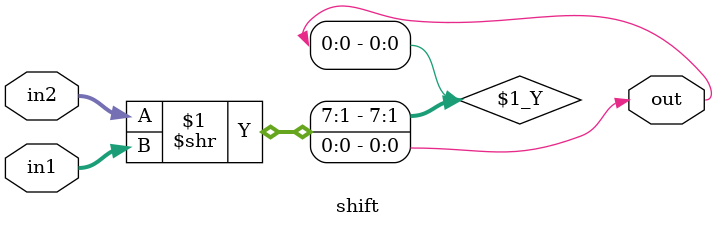
<source format=sv>
module shift (
    input  logic [ 1:0] in1,
    input  logic [ 7:0] in2,
    output logic [0:0] out
);
   assign out = in2 >> in1;
endmodule

</source>
